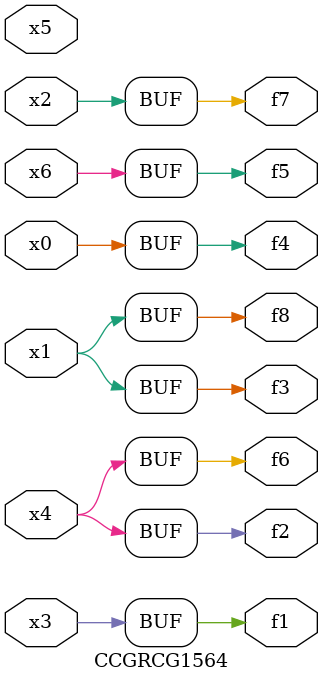
<source format=v>
module CCGRCG1564(
	input x0, x1, x2, x3, x4, x5, x6,
	output f1, f2, f3, f4, f5, f6, f7, f8
);
	assign f1 = x3;
	assign f2 = x4;
	assign f3 = x1;
	assign f4 = x0;
	assign f5 = x6;
	assign f6 = x4;
	assign f7 = x2;
	assign f8 = x1;
endmodule

</source>
